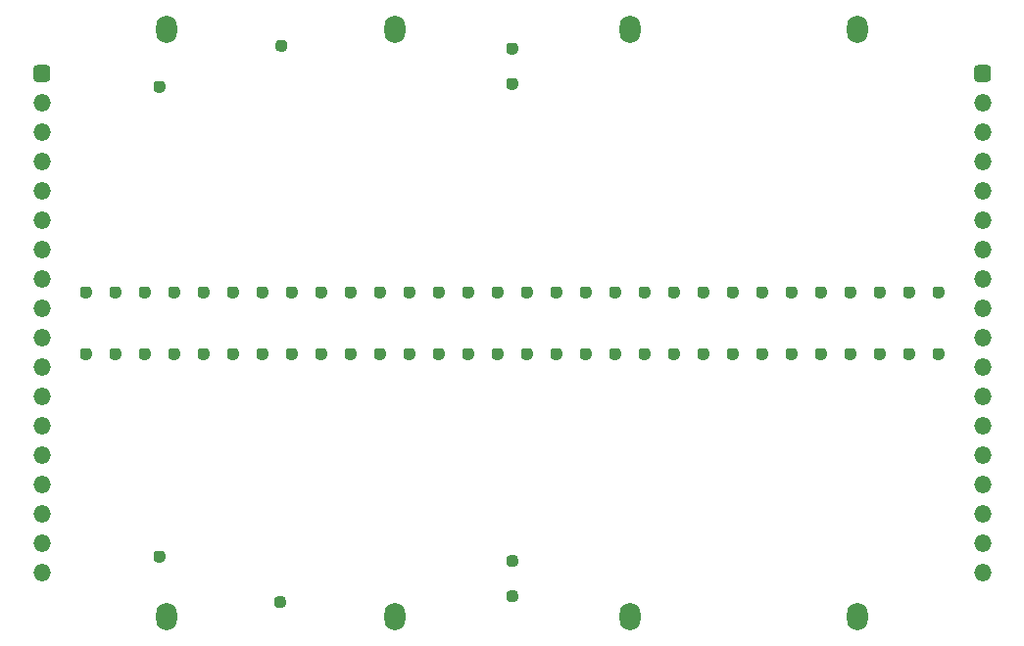
<source format=gbr>
%TF.GenerationSoftware,KiCad,Pcbnew,(5.1.9-0-10_14)*%
%TF.CreationDate,2021-04-15T22:22:18+08:00*%
%TF.ProjectId,MTMatrixRoundedAgain,4d544d61-7472-4697-9852-6f756e646564,rev?*%
%TF.SameCoordinates,Original*%
%TF.FileFunction,Soldermask,Top*%
%TF.FilePolarity,Negative*%
%FSLAX46Y46*%
G04 Gerber Fmt 4.6, Leading zero omitted, Abs format (unit mm)*
G04 Created by KiCad (PCBNEW (5.1.9-0-10_14)) date 2021-04-15 22:22:18*
%MOMM*%
%LPD*%
G01*
G04 APERTURE LIST*
%ADD10O,1.500000X1.500000*%
%ADD11O,1.800000X2.400000*%
G04 APERTURE END LIST*
D10*
%TO.C,J2*%
X149778059Y-93513959D03*
X149778059Y-90973959D03*
X149778059Y-88433959D03*
X149778059Y-85893959D03*
X149778059Y-83353959D03*
X149778059Y-80813959D03*
X149778059Y-78273959D03*
X149778059Y-75733959D03*
X149778059Y-73193959D03*
X149778059Y-70653959D03*
X149778059Y-68113959D03*
X149778059Y-65573959D03*
X149778059Y-63033959D03*
X149778059Y-60493959D03*
X149778059Y-57953959D03*
X149778059Y-55413959D03*
X149778059Y-52873959D03*
G36*
G01*
X149028059Y-50708959D02*
X149028059Y-49958959D01*
G75*
G02*
X149403059Y-49583959I375000J0D01*
G01*
X150153059Y-49583959D01*
G75*
G02*
X150528059Y-49958959I0J-375000D01*
G01*
X150528059Y-50708959D01*
G75*
G02*
X150153059Y-51083959I-375000J0D01*
G01*
X149403059Y-51083959D01*
G75*
G02*
X149028059Y-50708959I0J375000D01*
G01*
G37*
%TD*%
%TO.C,J1*%
G36*
G01*
X67748059Y-50708959D02*
X67748059Y-49958959D01*
G75*
G02*
X68123059Y-49583959I375000J0D01*
G01*
X68873059Y-49583959D01*
G75*
G02*
X69248059Y-49958959I0J-375000D01*
G01*
X69248059Y-50708959D01*
G75*
G02*
X68873059Y-51083959I-375000J0D01*
G01*
X68123059Y-51083959D01*
G75*
G02*
X67748059Y-50708959I0J375000D01*
G01*
G37*
X68498059Y-52873959D03*
X68498059Y-55413959D03*
X68498059Y-57953959D03*
X68498059Y-60493959D03*
X68498059Y-63033959D03*
X68498059Y-65573959D03*
X68498059Y-68113959D03*
X68498059Y-70653959D03*
X68498059Y-73193959D03*
X68498059Y-75733959D03*
X68498059Y-78273959D03*
X68498059Y-80813959D03*
X68498059Y-83353959D03*
X68498059Y-85893959D03*
X68498059Y-88433959D03*
X68498059Y-90973959D03*
X68498059Y-93513959D03*
%TD*%
%TO.C,J3*%
G36*
G01*
X145468059Y-69456959D02*
X145468059Y-69056959D01*
G75*
G02*
X145768059Y-68756959I300000J0D01*
G01*
X146168059Y-68756959D01*
G75*
G02*
X146468059Y-69056959I0J-300000D01*
G01*
X146468059Y-69456959D01*
G75*
G02*
X146168059Y-69756959I-300000J0D01*
G01*
X145768059Y-69756959D01*
G75*
G02*
X145468059Y-69456959I0J300000D01*
G01*
G37*
G36*
G01*
X142928059Y-69456959D02*
X142928059Y-69056959D01*
G75*
G02*
X143228059Y-68756959I300000J0D01*
G01*
X143628059Y-68756959D01*
G75*
G02*
X143928059Y-69056959I0J-300000D01*
G01*
X143928059Y-69456959D01*
G75*
G02*
X143628059Y-69756959I-300000J0D01*
G01*
X143228059Y-69756959D01*
G75*
G02*
X142928059Y-69456959I0J300000D01*
G01*
G37*
G36*
G01*
X140388059Y-69456959D02*
X140388059Y-69056959D01*
G75*
G02*
X140688059Y-68756959I300000J0D01*
G01*
X141088059Y-68756959D01*
G75*
G02*
X141388059Y-69056959I0J-300000D01*
G01*
X141388059Y-69456959D01*
G75*
G02*
X141088059Y-69756959I-300000J0D01*
G01*
X140688059Y-69756959D01*
G75*
G02*
X140388059Y-69456959I0J300000D01*
G01*
G37*
G36*
G01*
X137848059Y-69456959D02*
X137848059Y-69056959D01*
G75*
G02*
X138148059Y-68756959I300000J0D01*
G01*
X138548059Y-68756959D01*
G75*
G02*
X138848059Y-69056959I0J-300000D01*
G01*
X138848059Y-69456959D01*
G75*
G02*
X138548059Y-69756959I-300000J0D01*
G01*
X138148059Y-69756959D01*
G75*
G02*
X137848059Y-69456959I0J300000D01*
G01*
G37*
G36*
G01*
X135308059Y-69456959D02*
X135308059Y-69056959D01*
G75*
G02*
X135608059Y-68756959I300000J0D01*
G01*
X136008059Y-68756959D01*
G75*
G02*
X136308059Y-69056959I0J-300000D01*
G01*
X136308059Y-69456959D01*
G75*
G02*
X136008059Y-69756959I-300000J0D01*
G01*
X135608059Y-69756959D01*
G75*
G02*
X135308059Y-69456959I0J300000D01*
G01*
G37*
G36*
G01*
X132768059Y-69456959D02*
X132768059Y-69056959D01*
G75*
G02*
X133068059Y-68756959I300000J0D01*
G01*
X133468059Y-68756959D01*
G75*
G02*
X133768059Y-69056959I0J-300000D01*
G01*
X133768059Y-69456959D01*
G75*
G02*
X133468059Y-69756959I-300000J0D01*
G01*
X133068059Y-69756959D01*
G75*
G02*
X132768059Y-69456959I0J300000D01*
G01*
G37*
G36*
G01*
X130228059Y-69456959D02*
X130228059Y-69056959D01*
G75*
G02*
X130528059Y-68756959I300000J0D01*
G01*
X130928059Y-68756959D01*
G75*
G02*
X131228059Y-69056959I0J-300000D01*
G01*
X131228059Y-69456959D01*
G75*
G02*
X130928059Y-69756959I-300000J0D01*
G01*
X130528059Y-69756959D01*
G75*
G02*
X130228059Y-69456959I0J300000D01*
G01*
G37*
G36*
G01*
X127688059Y-69456959D02*
X127688059Y-69056959D01*
G75*
G02*
X127988059Y-68756959I300000J0D01*
G01*
X128388059Y-68756959D01*
G75*
G02*
X128688059Y-69056959I0J-300000D01*
G01*
X128688059Y-69456959D01*
G75*
G02*
X128388059Y-69756959I-300000J0D01*
G01*
X127988059Y-69756959D01*
G75*
G02*
X127688059Y-69456959I0J300000D01*
G01*
G37*
G36*
G01*
X125148059Y-69456959D02*
X125148059Y-69056959D01*
G75*
G02*
X125448059Y-68756959I300000J0D01*
G01*
X125848059Y-68756959D01*
G75*
G02*
X126148059Y-69056959I0J-300000D01*
G01*
X126148059Y-69456959D01*
G75*
G02*
X125848059Y-69756959I-300000J0D01*
G01*
X125448059Y-69756959D01*
G75*
G02*
X125148059Y-69456959I0J300000D01*
G01*
G37*
G36*
G01*
X122608059Y-69456959D02*
X122608059Y-69056959D01*
G75*
G02*
X122908059Y-68756959I300000J0D01*
G01*
X123308059Y-68756959D01*
G75*
G02*
X123608059Y-69056959I0J-300000D01*
G01*
X123608059Y-69456959D01*
G75*
G02*
X123308059Y-69756959I-300000J0D01*
G01*
X122908059Y-69756959D01*
G75*
G02*
X122608059Y-69456959I0J300000D01*
G01*
G37*
G36*
G01*
X120068059Y-69456959D02*
X120068059Y-69056959D01*
G75*
G02*
X120368059Y-68756959I300000J0D01*
G01*
X120768059Y-68756959D01*
G75*
G02*
X121068059Y-69056959I0J-300000D01*
G01*
X121068059Y-69456959D01*
G75*
G02*
X120768059Y-69756959I-300000J0D01*
G01*
X120368059Y-69756959D01*
G75*
G02*
X120068059Y-69456959I0J300000D01*
G01*
G37*
G36*
G01*
X117528059Y-69456959D02*
X117528059Y-69056959D01*
G75*
G02*
X117828059Y-68756959I300000J0D01*
G01*
X118228059Y-68756959D01*
G75*
G02*
X118528059Y-69056959I0J-300000D01*
G01*
X118528059Y-69456959D01*
G75*
G02*
X118228059Y-69756959I-300000J0D01*
G01*
X117828059Y-69756959D01*
G75*
G02*
X117528059Y-69456959I0J300000D01*
G01*
G37*
G36*
G01*
X114988059Y-69456959D02*
X114988059Y-69056959D01*
G75*
G02*
X115288059Y-68756959I300000J0D01*
G01*
X115688059Y-68756959D01*
G75*
G02*
X115988059Y-69056959I0J-300000D01*
G01*
X115988059Y-69456959D01*
G75*
G02*
X115688059Y-69756959I-300000J0D01*
G01*
X115288059Y-69756959D01*
G75*
G02*
X114988059Y-69456959I0J300000D01*
G01*
G37*
G36*
G01*
X112448059Y-69456959D02*
X112448059Y-69056959D01*
G75*
G02*
X112748059Y-68756959I300000J0D01*
G01*
X113148059Y-68756959D01*
G75*
G02*
X113448059Y-69056959I0J-300000D01*
G01*
X113448059Y-69456959D01*
G75*
G02*
X113148059Y-69756959I-300000J0D01*
G01*
X112748059Y-69756959D01*
G75*
G02*
X112448059Y-69456959I0J300000D01*
G01*
G37*
G36*
G01*
X109908059Y-69456959D02*
X109908059Y-69056959D01*
G75*
G02*
X110208059Y-68756959I300000J0D01*
G01*
X110608059Y-68756959D01*
G75*
G02*
X110908059Y-69056959I0J-300000D01*
G01*
X110908059Y-69456959D01*
G75*
G02*
X110608059Y-69756959I-300000J0D01*
G01*
X110208059Y-69756959D01*
G75*
G02*
X109908059Y-69456959I0J300000D01*
G01*
G37*
G36*
G01*
X107368059Y-69456959D02*
X107368059Y-69056959D01*
G75*
G02*
X107668059Y-68756959I300000J0D01*
G01*
X108068059Y-68756959D01*
G75*
G02*
X108368059Y-69056959I0J-300000D01*
G01*
X108368059Y-69456959D01*
G75*
G02*
X108068059Y-69756959I-300000J0D01*
G01*
X107668059Y-69756959D01*
G75*
G02*
X107368059Y-69456959I0J300000D01*
G01*
G37*
G36*
G01*
X104828059Y-69456959D02*
X104828059Y-69056959D01*
G75*
G02*
X105128059Y-68756959I300000J0D01*
G01*
X105528059Y-68756959D01*
G75*
G02*
X105828059Y-69056959I0J-300000D01*
G01*
X105828059Y-69456959D01*
G75*
G02*
X105528059Y-69756959I-300000J0D01*
G01*
X105128059Y-69756959D01*
G75*
G02*
X104828059Y-69456959I0J300000D01*
G01*
G37*
G36*
G01*
X102288059Y-69456959D02*
X102288059Y-69056959D01*
G75*
G02*
X102588059Y-68756959I300000J0D01*
G01*
X102988059Y-68756959D01*
G75*
G02*
X103288059Y-69056959I0J-300000D01*
G01*
X103288059Y-69456959D01*
G75*
G02*
X102988059Y-69756959I-300000J0D01*
G01*
X102588059Y-69756959D01*
G75*
G02*
X102288059Y-69456959I0J300000D01*
G01*
G37*
G36*
G01*
X99748059Y-69456959D02*
X99748059Y-69056959D01*
G75*
G02*
X100048059Y-68756959I300000J0D01*
G01*
X100448059Y-68756959D01*
G75*
G02*
X100748059Y-69056959I0J-300000D01*
G01*
X100748059Y-69456959D01*
G75*
G02*
X100448059Y-69756959I-300000J0D01*
G01*
X100048059Y-69756959D01*
G75*
G02*
X99748059Y-69456959I0J300000D01*
G01*
G37*
G36*
G01*
X97208059Y-69456959D02*
X97208059Y-69056959D01*
G75*
G02*
X97508059Y-68756959I300000J0D01*
G01*
X97908059Y-68756959D01*
G75*
G02*
X98208059Y-69056959I0J-300000D01*
G01*
X98208059Y-69456959D01*
G75*
G02*
X97908059Y-69756959I-300000J0D01*
G01*
X97508059Y-69756959D01*
G75*
G02*
X97208059Y-69456959I0J300000D01*
G01*
G37*
G36*
G01*
X94668059Y-69456959D02*
X94668059Y-69056959D01*
G75*
G02*
X94968059Y-68756959I300000J0D01*
G01*
X95368059Y-68756959D01*
G75*
G02*
X95668059Y-69056959I0J-300000D01*
G01*
X95668059Y-69456959D01*
G75*
G02*
X95368059Y-69756959I-300000J0D01*
G01*
X94968059Y-69756959D01*
G75*
G02*
X94668059Y-69456959I0J300000D01*
G01*
G37*
G36*
G01*
X92128059Y-69456959D02*
X92128059Y-69056959D01*
G75*
G02*
X92428059Y-68756959I300000J0D01*
G01*
X92828059Y-68756959D01*
G75*
G02*
X93128059Y-69056959I0J-300000D01*
G01*
X93128059Y-69456959D01*
G75*
G02*
X92828059Y-69756959I-300000J0D01*
G01*
X92428059Y-69756959D01*
G75*
G02*
X92128059Y-69456959I0J300000D01*
G01*
G37*
G36*
G01*
X89588059Y-69456959D02*
X89588059Y-69056959D01*
G75*
G02*
X89888059Y-68756959I300000J0D01*
G01*
X90288059Y-68756959D01*
G75*
G02*
X90588059Y-69056959I0J-300000D01*
G01*
X90588059Y-69456959D01*
G75*
G02*
X90288059Y-69756959I-300000J0D01*
G01*
X89888059Y-69756959D01*
G75*
G02*
X89588059Y-69456959I0J300000D01*
G01*
G37*
G36*
G01*
X87048059Y-69456959D02*
X87048059Y-69056959D01*
G75*
G02*
X87348059Y-68756959I300000J0D01*
G01*
X87748059Y-68756959D01*
G75*
G02*
X88048059Y-69056959I0J-300000D01*
G01*
X88048059Y-69456959D01*
G75*
G02*
X87748059Y-69756959I-300000J0D01*
G01*
X87348059Y-69756959D01*
G75*
G02*
X87048059Y-69456959I0J300000D01*
G01*
G37*
G36*
G01*
X84508059Y-69456959D02*
X84508059Y-69056959D01*
G75*
G02*
X84808059Y-68756959I300000J0D01*
G01*
X85208059Y-68756959D01*
G75*
G02*
X85508059Y-69056959I0J-300000D01*
G01*
X85508059Y-69456959D01*
G75*
G02*
X85208059Y-69756959I-300000J0D01*
G01*
X84808059Y-69756959D01*
G75*
G02*
X84508059Y-69456959I0J300000D01*
G01*
G37*
G36*
G01*
X81968059Y-69456959D02*
X81968059Y-69056959D01*
G75*
G02*
X82268059Y-68756959I300000J0D01*
G01*
X82668059Y-68756959D01*
G75*
G02*
X82968059Y-69056959I0J-300000D01*
G01*
X82968059Y-69456959D01*
G75*
G02*
X82668059Y-69756959I-300000J0D01*
G01*
X82268059Y-69756959D01*
G75*
G02*
X81968059Y-69456959I0J300000D01*
G01*
G37*
G36*
G01*
X79428059Y-69456959D02*
X79428059Y-69056959D01*
G75*
G02*
X79728059Y-68756959I300000J0D01*
G01*
X80128059Y-68756959D01*
G75*
G02*
X80428059Y-69056959I0J-300000D01*
G01*
X80428059Y-69456959D01*
G75*
G02*
X80128059Y-69756959I-300000J0D01*
G01*
X79728059Y-69756959D01*
G75*
G02*
X79428059Y-69456959I0J300000D01*
G01*
G37*
G36*
G01*
X76888059Y-69456959D02*
X76888059Y-69056959D01*
G75*
G02*
X77188059Y-68756959I300000J0D01*
G01*
X77588059Y-68756959D01*
G75*
G02*
X77888059Y-69056959I0J-300000D01*
G01*
X77888059Y-69456959D01*
G75*
G02*
X77588059Y-69756959I-300000J0D01*
G01*
X77188059Y-69756959D01*
G75*
G02*
X76888059Y-69456959I0J300000D01*
G01*
G37*
G36*
G01*
X74348059Y-69456959D02*
X74348059Y-69056959D01*
G75*
G02*
X74648059Y-68756959I300000J0D01*
G01*
X75048059Y-68756959D01*
G75*
G02*
X75348059Y-69056959I0J-300000D01*
G01*
X75348059Y-69456959D01*
G75*
G02*
X75048059Y-69756959I-300000J0D01*
G01*
X74648059Y-69756959D01*
G75*
G02*
X74348059Y-69456959I0J300000D01*
G01*
G37*
G36*
G01*
X71808059Y-69456959D02*
X71808059Y-69056959D01*
G75*
G02*
X72108059Y-68756959I300000J0D01*
G01*
X72508059Y-68756959D01*
G75*
G02*
X72808059Y-69056959I0J-300000D01*
G01*
X72808059Y-69456959D01*
G75*
G02*
X72508059Y-69756959I-300000J0D01*
G01*
X72108059Y-69756959D01*
G75*
G02*
X71808059Y-69456959I0J300000D01*
G01*
G37*
G36*
G01*
X108638059Y-92697959D02*
X108638059Y-92297959D01*
G75*
G02*
X108938059Y-91997959I300000J0D01*
G01*
X109338059Y-91997959D01*
G75*
G02*
X109638059Y-92297959I0J-300000D01*
G01*
X109638059Y-92697959D01*
G75*
G02*
X109338059Y-92997959I-300000J0D01*
G01*
X108938059Y-92997959D01*
G75*
G02*
X108638059Y-92697959I0J300000D01*
G01*
G37*
G36*
G01*
X71808059Y-74790959D02*
X71808059Y-74390959D01*
G75*
G02*
X72108059Y-74090959I300000J0D01*
G01*
X72508059Y-74090959D01*
G75*
G02*
X72808059Y-74390959I0J-300000D01*
G01*
X72808059Y-74790959D01*
G75*
G02*
X72508059Y-75090959I-300000J0D01*
G01*
X72108059Y-75090959D01*
G75*
G02*
X71808059Y-74790959I0J300000D01*
G01*
G37*
G36*
G01*
X74348059Y-74790959D02*
X74348059Y-74390959D01*
G75*
G02*
X74648059Y-74090959I300000J0D01*
G01*
X75048059Y-74090959D01*
G75*
G02*
X75348059Y-74390959I0J-300000D01*
G01*
X75348059Y-74790959D01*
G75*
G02*
X75048059Y-75090959I-300000J0D01*
G01*
X74648059Y-75090959D01*
G75*
G02*
X74348059Y-74790959I0J300000D01*
G01*
G37*
G36*
G01*
X76888059Y-74790959D02*
X76888059Y-74390959D01*
G75*
G02*
X77188059Y-74090959I300000J0D01*
G01*
X77588059Y-74090959D01*
G75*
G02*
X77888059Y-74390959I0J-300000D01*
G01*
X77888059Y-74790959D01*
G75*
G02*
X77588059Y-75090959I-300000J0D01*
G01*
X77188059Y-75090959D01*
G75*
G02*
X76888059Y-74790959I0J300000D01*
G01*
G37*
G36*
G01*
X79428059Y-74790959D02*
X79428059Y-74390959D01*
G75*
G02*
X79728059Y-74090959I300000J0D01*
G01*
X80128059Y-74090959D01*
G75*
G02*
X80428059Y-74390959I0J-300000D01*
G01*
X80428059Y-74790959D01*
G75*
G02*
X80128059Y-75090959I-300000J0D01*
G01*
X79728059Y-75090959D01*
G75*
G02*
X79428059Y-74790959I0J300000D01*
G01*
G37*
G36*
G01*
X81968059Y-74790959D02*
X81968059Y-74390959D01*
G75*
G02*
X82268059Y-74090959I300000J0D01*
G01*
X82668059Y-74090959D01*
G75*
G02*
X82968059Y-74390959I0J-300000D01*
G01*
X82968059Y-74790959D01*
G75*
G02*
X82668059Y-75090959I-300000J0D01*
G01*
X82268059Y-75090959D01*
G75*
G02*
X81968059Y-74790959I0J300000D01*
G01*
G37*
G36*
G01*
X84508059Y-74790959D02*
X84508059Y-74390959D01*
G75*
G02*
X84808059Y-74090959I300000J0D01*
G01*
X85208059Y-74090959D01*
G75*
G02*
X85508059Y-74390959I0J-300000D01*
G01*
X85508059Y-74790959D01*
G75*
G02*
X85208059Y-75090959I-300000J0D01*
G01*
X84808059Y-75090959D01*
G75*
G02*
X84508059Y-74790959I0J300000D01*
G01*
G37*
G36*
G01*
X87048059Y-74790959D02*
X87048059Y-74390959D01*
G75*
G02*
X87348059Y-74090959I300000J0D01*
G01*
X87748059Y-74090959D01*
G75*
G02*
X88048059Y-74390959I0J-300000D01*
G01*
X88048059Y-74790959D01*
G75*
G02*
X87748059Y-75090959I-300000J0D01*
G01*
X87348059Y-75090959D01*
G75*
G02*
X87048059Y-74790959I0J300000D01*
G01*
G37*
G36*
G01*
X89588059Y-74790959D02*
X89588059Y-74390959D01*
G75*
G02*
X89888059Y-74090959I300000J0D01*
G01*
X90288059Y-74090959D01*
G75*
G02*
X90588059Y-74390959I0J-300000D01*
G01*
X90588059Y-74790959D01*
G75*
G02*
X90288059Y-75090959I-300000J0D01*
G01*
X89888059Y-75090959D01*
G75*
G02*
X89588059Y-74790959I0J300000D01*
G01*
G37*
G36*
G01*
X92128059Y-74790959D02*
X92128059Y-74390959D01*
G75*
G02*
X92428059Y-74090959I300000J0D01*
G01*
X92828059Y-74090959D01*
G75*
G02*
X93128059Y-74390959I0J-300000D01*
G01*
X93128059Y-74790959D01*
G75*
G02*
X92828059Y-75090959I-300000J0D01*
G01*
X92428059Y-75090959D01*
G75*
G02*
X92128059Y-74790959I0J300000D01*
G01*
G37*
G36*
G01*
X94668059Y-74790959D02*
X94668059Y-74390959D01*
G75*
G02*
X94968059Y-74090959I300000J0D01*
G01*
X95368059Y-74090959D01*
G75*
G02*
X95668059Y-74390959I0J-300000D01*
G01*
X95668059Y-74790959D01*
G75*
G02*
X95368059Y-75090959I-300000J0D01*
G01*
X94968059Y-75090959D01*
G75*
G02*
X94668059Y-74790959I0J300000D01*
G01*
G37*
G36*
G01*
X97208059Y-74790959D02*
X97208059Y-74390959D01*
G75*
G02*
X97508059Y-74090959I300000J0D01*
G01*
X97908059Y-74090959D01*
G75*
G02*
X98208059Y-74390959I0J-300000D01*
G01*
X98208059Y-74790959D01*
G75*
G02*
X97908059Y-75090959I-300000J0D01*
G01*
X97508059Y-75090959D01*
G75*
G02*
X97208059Y-74790959I0J300000D01*
G01*
G37*
G36*
G01*
X99748059Y-74790959D02*
X99748059Y-74390959D01*
G75*
G02*
X100048059Y-74090959I300000J0D01*
G01*
X100448059Y-74090959D01*
G75*
G02*
X100748059Y-74390959I0J-300000D01*
G01*
X100748059Y-74790959D01*
G75*
G02*
X100448059Y-75090959I-300000J0D01*
G01*
X100048059Y-75090959D01*
G75*
G02*
X99748059Y-74790959I0J300000D01*
G01*
G37*
G36*
G01*
X102288059Y-74790959D02*
X102288059Y-74390959D01*
G75*
G02*
X102588059Y-74090959I300000J0D01*
G01*
X102988059Y-74090959D01*
G75*
G02*
X103288059Y-74390959I0J-300000D01*
G01*
X103288059Y-74790959D01*
G75*
G02*
X102988059Y-75090959I-300000J0D01*
G01*
X102588059Y-75090959D01*
G75*
G02*
X102288059Y-74790959I0J300000D01*
G01*
G37*
G36*
G01*
X104828059Y-74790959D02*
X104828059Y-74390959D01*
G75*
G02*
X105128059Y-74090959I300000J0D01*
G01*
X105528059Y-74090959D01*
G75*
G02*
X105828059Y-74390959I0J-300000D01*
G01*
X105828059Y-74790959D01*
G75*
G02*
X105528059Y-75090959I-300000J0D01*
G01*
X105128059Y-75090959D01*
G75*
G02*
X104828059Y-74790959I0J300000D01*
G01*
G37*
G36*
G01*
X107368059Y-74790959D02*
X107368059Y-74390959D01*
G75*
G02*
X107668059Y-74090959I300000J0D01*
G01*
X108068059Y-74090959D01*
G75*
G02*
X108368059Y-74390959I0J-300000D01*
G01*
X108368059Y-74790959D01*
G75*
G02*
X108068059Y-75090959I-300000J0D01*
G01*
X107668059Y-75090959D01*
G75*
G02*
X107368059Y-74790959I0J300000D01*
G01*
G37*
G36*
G01*
X109908059Y-74790959D02*
X109908059Y-74390959D01*
G75*
G02*
X110208059Y-74090959I300000J0D01*
G01*
X110608059Y-74090959D01*
G75*
G02*
X110908059Y-74390959I0J-300000D01*
G01*
X110908059Y-74790959D01*
G75*
G02*
X110608059Y-75090959I-300000J0D01*
G01*
X110208059Y-75090959D01*
G75*
G02*
X109908059Y-74790959I0J300000D01*
G01*
G37*
G36*
G01*
X112448059Y-74790959D02*
X112448059Y-74390959D01*
G75*
G02*
X112748059Y-74090959I300000J0D01*
G01*
X113148059Y-74090959D01*
G75*
G02*
X113448059Y-74390959I0J-300000D01*
G01*
X113448059Y-74790959D01*
G75*
G02*
X113148059Y-75090959I-300000J0D01*
G01*
X112748059Y-75090959D01*
G75*
G02*
X112448059Y-74790959I0J300000D01*
G01*
G37*
G36*
G01*
X114988059Y-74790959D02*
X114988059Y-74390959D01*
G75*
G02*
X115288059Y-74090959I300000J0D01*
G01*
X115688059Y-74090959D01*
G75*
G02*
X115988059Y-74390959I0J-300000D01*
G01*
X115988059Y-74790959D01*
G75*
G02*
X115688059Y-75090959I-300000J0D01*
G01*
X115288059Y-75090959D01*
G75*
G02*
X114988059Y-74790959I0J300000D01*
G01*
G37*
G36*
G01*
X117528059Y-74790959D02*
X117528059Y-74390959D01*
G75*
G02*
X117828059Y-74090959I300000J0D01*
G01*
X118228059Y-74090959D01*
G75*
G02*
X118528059Y-74390959I0J-300000D01*
G01*
X118528059Y-74790959D01*
G75*
G02*
X118228059Y-75090959I-300000J0D01*
G01*
X117828059Y-75090959D01*
G75*
G02*
X117528059Y-74790959I0J300000D01*
G01*
G37*
G36*
G01*
X120068059Y-74790959D02*
X120068059Y-74390959D01*
G75*
G02*
X120368059Y-74090959I300000J0D01*
G01*
X120768059Y-74090959D01*
G75*
G02*
X121068059Y-74390959I0J-300000D01*
G01*
X121068059Y-74790959D01*
G75*
G02*
X120768059Y-75090959I-300000J0D01*
G01*
X120368059Y-75090959D01*
G75*
G02*
X120068059Y-74790959I0J300000D01*
G01*
G37*
G36*
G01*
X122608059Y-74790959D02*
X122608059Y-74390959D01*
G75*
G02*
X122908059Y-74090959I300000J0D01*
G01*
X123308059Y-74090959D01*
G75*
G02*
X123608059Y-74390959I0J-300000D01*
G01*
X123608059Y-74790959D01*
G75*
G02*
X123308059Y-75090959I-300000J0D01*
G01*
X122908059Y-75090959D01*
G75*
G02*
X122608059Y-74790959I0J300000D01*
G01*
G37*
G36*
G01*
X125148059Y-74790959D02*
X125148059Y-74390959D01*
G75*
G02*
X125448059Y-74090959I300000J0D01*
G01*
X125848059Y-74090959D01*
G75*
G02*
X126148059Y-74390959I0J-300000D01*
G01*
X126148059Y-74790959D01*
G75*
G02*
X125848059Y-75090959I-300000J0D01*
G01*
X125448059Y-75090959D01*
G75*
G02*
X125148059Y-74790959I0J300000D01*
G01*
G37*
G36*
G01*
X127688059Y-74790959D02*
X127688059Y-74390959D01*
G75*
G02*
X127988059Y-74090959I300000J0D01*
G01*
X128388059Y-74090959D01*
G75*
G02*
X128688059Y-74390959I0J-300000D01*
G01*
X128688059Y-74790959D01*
G75*
G02*
X128388059Y-75090959I-300000J0D01*
G01*
X127988059Y-75090959D01*
G75*
G02*
X127688059Y-74790959I0J300000D01*
G01*
G37*
G36*
G01*
X130228059Y-74790959D02*
X130228059Y-74390959D01*
G75*
G02*
X130528059Y-74090959I300000J0D01*
G01*
X130928059Y-74090959D01*
G75*
G02*
X131228059Y-74390959I0J-300000D01*
G01*
X131228059Y-74790959D01*
G75*
G02*
X130928059Y-75090959I-300000J0D01*
G01*
X130528059Y-75090959D01*
G75*
G02*
X130228059Y-74790959I0J300000D01*
G01*
G37*
G36*
G01*
X132768059Y-74790959D02*
X132768059Y-74390959D01*
G75*
G02*
X133068059Y-74090959I300000J0D01*
G01*
X133468059Y-74090959D01*
G75*
G02*
X133768059Y-74390959I0J-300000D01*
G01*
X133768059Y-74790959D01*
G75*
G02*
X133468059Y-75090959I-300000J0D01*
G01*
X133068059Y-75090959D01*
G75*
G02*
X132768059Y-74790959I0J300000D01*
G01*
G37*
G36*
G01*
X135308059Y-74790959D02*
X135308059Y-74390959D01*
G75*
G02*
X135608059Y-74090959I300000J0D01*
G01*
X136008059Y-74090959D01*
G75*
G02*
X136308059Y-74390959I0J-300000D01*
G01*
X136308059Y-74790959D01*
G75*
G02*
X136008059Y-75090959I-300000J0D01*
G01*
X135608059Y-75090959D01*
G75*
G02*
X135308059Y-74790959I0J300000D01*
G01*
G37*
G36*
G01*
X137848059Y-74790959D02*
X137848059Y-74390959D01*
G75*
G02*
X138148059Y-74090959I300000J0D01*
G01*
X138548059Y-74090959D01*
G75*
G02*
X138848059Y-74390959I0J-300000D01*
G01*
X138848059Y-74790959D01*
G75*
G02*
X138548059Y-75090959I-300000J0D01*
G01*
X138148059Y-75090959D01*
G75*
G02*
X137848059Y-74790959I0J300000D01*
G01*
G37*
G36*
G01*
X140388059Y-74790959D02*
X140388059Y-74390959D01*
G75*
G02*
X140688059Y-74090959I300000J0D01*
G01*
X141088059Y-74090959D01*
G75*
G02*
X141388059Y-74390959I0J-300000D01*
G01*
X141388059Y-74790959D01*
G75*
G02*
X141088059Y-75090959I-300000J0D01*
G01*
X140688059Y-75090959D01*
G75*
G02*
X140388059Y-74790959I0J300000D01*
G01*
G37*
G36*
G01*
X142928059Y-74790959D02*
X142928059Y-74390959D01*
G75*
G02*
X143228059Y-74090959I300000J0D01*
G01*
X143628059Y-74090959D01*
G75*
G02*
X143928059Y-74390959I0J-300000D01*
G01*
X143928059Y-74790959D01*
G75*
G02*
X143628059Y-75090959I-300000J0D01*
G01*
X143228059Y-75090959D01*
G75*
G02*
X142928059Y-74790959I0J300000D01*
G01*
G37*
G36*
G01*
X145468059Y-74790959D02*
X145468059Y-74390959D01*
G75*
G02*
X145768059Y-74090959I300000J0D01*
G01*
X146168059Y-74090959D01*
G75*
G02*
X146468059Y-74390959I0J-300000D01*
G01*
X146468059Y-74790959D01*
G75*
G02*
X146168059Y-75090959I-300000J0D01*
G01*
X145768059Y-75090959D01*
G75*
G02*
X145468059Y-74790959I0J300000D01*
G01*
G37*
G36*
G01*
X88572059Y-96253959D02*
X88572059Y-95853959D01*
G75*
G02*
X88872059Y-95553959I300000J0D01*
G01*
X89272059Y-95553959D01*
G75*
G02*
X89572059Y-95853959I0J-300000D01*
G01*
X89572059Y-96253959D01*
G75*
G02*
X89272059Y-96553959I-300000J0D01*
G01*
X88872059Y-96553959D01*
G75*
G02*
X88572059Y-96253959I0J300000D01*
G01*
G37*
G36*
G01*
X78158059Y-92316959D02*
X78158059Y-91916959D01*
G75*
G02*
X78458059Y-91616959I300000J0D01*
G01*
X78858059Y-91616959D01*
G75*
G02*
X79158059Y-91916959I0J-300000D01*
G01*
X79158059Y-92316959D01*
G75*
G02*
X78858059Y-92616959I-300000J0D01*
G01*
X78458059Y-92616959D01*
G75*
G02*
X78158059Y-92316959I0J300000D01*
G01*
G37*
G36*
G01*
X108638059Y-95745959D02*
X108638059Y-95345959D01*
G75*
G02*
X108938059Y-95045959I300000J0D01*
G01*
X109338059Y-95045959D01*
G75*
G02*
X109638059Y-95345959I0J-300000D01*
G01*
X109638059Y-95745959D01*
G75*
G02*
X109338059Y-96045959I-300000J0D01*
G01*
X108938059Y-96045959D01*
G75*
G02*
X108638059Y-95745959I0J300000D01*
G01*
G37*
G36*
G01*
X108638059Y-48374959D02*
X108638059Y-47974959D01*
G75*
G02*
X108938059Y-47674959I300000J0D01*
G01*
X109338059Y-47674959D01*
G75*
G02*
X109638059Y-47974959I0J-300000D01*
G01*
X109638059Y-48374959D01*
G75*
G02*
X109338059Y-48674959I-300000J0D01*
G01*
X108938059Y-48674959D01*
G75*
G02*
X108638059Y-48374959I0J300000D01*
G01*
G37*
G36*
G01*
X108638059Y-51422959D02*
X108638059Y-51022959D01*
G75*
G02*
X108938059Y-50722959I300000J0D01*
G01*
X109338059Y-50722959D01*
G75*
G02*
X109638059Y-51022959I0J-300000D01*
G01*
X109638059Y-51422959D01*
G75*
G02*
X109338059Y-51722959I-300000J0D01*
G01*
X108938059Y-51722959D01*
G75*
G02*
X108638059Y-51422959I0J300000D01*
G01*
G37*
G36*
G01*
X88699059Y-48120959D02*
X88699059Y-47720959D01*
G75*
G02*
X88999059Y-47420959I300000J0D01*
G01*
X89399059Y-47420959D01*
G75*
G02*
X89699059Y-47720959I0J-300000D01*
G01*
X89699059Y-48120959D01*
G75*
G02*
X89399059Y-48420959I-300000J0D01*
G01*
X88999059Y-48420959D01*
G75*
G02*
X88699059Y-48120959I0J300000D01*
G01*
G37*
G36*
G01*
X78158059Y-51676959D02*
X78158059Y-51276959D01*
G75*
G02*
X78458059Y-50976959I300000J0D01*
G01*
X78858059Y-50976959D01*
G75*
G02*
X79158059Y-51276959I0J-300000D01*
G01*
X79158059Y-51676959D01*
G75*
G02*
X78858059Y-51976959I-300000J0D01*
G01*
X78458059Y-51976959D01*
G75*
G02*
X78158059Y-51676959I0J300000D01*
G01*
G37*
%TD*%
D11*
%TO.C,D8*%
X138983059Y-97323959D03*
%TD*%
%TO.C,D7*%
X79293059Y-97323959D03*
%TD*%
%TO.C,D6*%
X98978059Y-97323959D03*
%TD*%
%TO.C,D5*%
X119298059Y-97323959D03*
%TD*%
%TO.C,D4*%
X98978059Y-46523959D03*
%TD*%
%TO.C,D3*%
X138983059Y-46523959D03*
%TD*%
%TO.C,D2*%
X119298059Y-46523959D03*
%TD*%
%TO.C,D1*%
X79293059Y-46523959D03*
%TD*%
M02*

</source>
